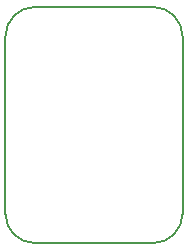
<source format=gbr>
G04 #@! TF.FileFunction,Profile,NP*
%FSLAX46Y46*%
G04 Gerber Fmt 4.6, Leading zero omitted, Abs format (unit mm)*
G04 Created by KiCad (PCBNEW 4.0.6-e0-6349~52~ubuntu17.04.1) date Sun Jul  9 19:34:07 2017*
%MOMM*%
%LPD*%
G01*
G04 APERTURE LIST*
%ADD10C,0.100000*%
%ADD11C,0.150000*%
G04 APERTURE END LIST*
D10*
D11*
X122500000Y-100000000D02*
X132500000Y-100000000D01*
X120000000Y-82500000D02*
X120000000Y-97500000D01*
X132500000Y-80000000D02*
X122500000Y-80000000D01*
X135000000Y-82500000D02*
X135000000Y-97500000D01*
X120000000Y-97500000D02*
G75*
G03X122500000Y-100000000I2500000J0D01*
G01*
X132500000Y-100000000D02*
G75*
G03X135000000Y-97500000I0J2500000D01*
G01*
X122500000Y-80000000D02*
G75*
G03X120000000Y-82500000I0J-2500000D01*
G01*
X135000000Y-82500000D02*
G75*
G03X132500000Y-80000000I-2500000J0D01*
G01*
M02*

</source>
